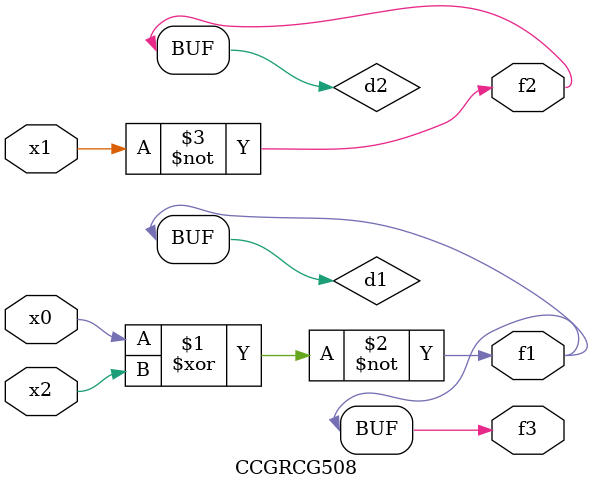
<source format=v>
module CCGRCG508(
	input x0, x1, x2,
	output f1, f2, f3
);

	wire d1, d2, d3;

	xnor (d1, x0, x2);
	nand (d2, x1);
	nor (d3, x1, x2);
	assign f1 = d1;
	assign f2 = d2;
	assign f3 = d1;
endmodule

</source>
